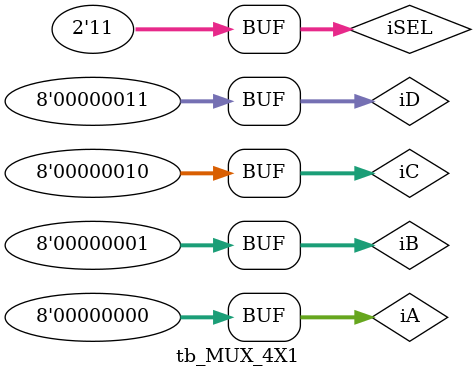
<source format=v>
`timescale 1ns / 1ps


module  tb_MUX_4X1;
    reg    [7:0] iA, iB, iC, iD;
    reg    [1:0] iSEL;
    wire   [7:0] oOUT;
    // ??? ??(mux)? ??? ?? ?? ???? ?????
    MUX_4X1 U0 (
      .iA     (iA),      // 8?? ??
      .iB     (iB),      // 8?? ??
      .iC     (iC),      // 8?? ??
      .iD     (iD),      // 8?? ??
      .iSEL   (iSEL),    // 2?? ??
      .oOUT    (oOUT));   // 8?? ??
      
      
    // ????? ??
    initial begin
      iA = 8'h00; iB= 8'h01; iC= 8'h02; iD= 8'h03; iSEL= 2'b00; #100;   
      iA = 8'h00; iB= 8'h01; iC= 8'h02; iD= 8'h03; iSEL= 2'b01; #100;   
      iA = 8'h00; iB= 8'h01; iC= 8'h02; iD= 8'h03; iSEL= 2'b10; #100;   
      iA = 8'h00; iB= 8'h01; iC= 8'h02; iD= 8'h03; iSEL= 2'b11; #100;   
    end    
endmodule

</source>
